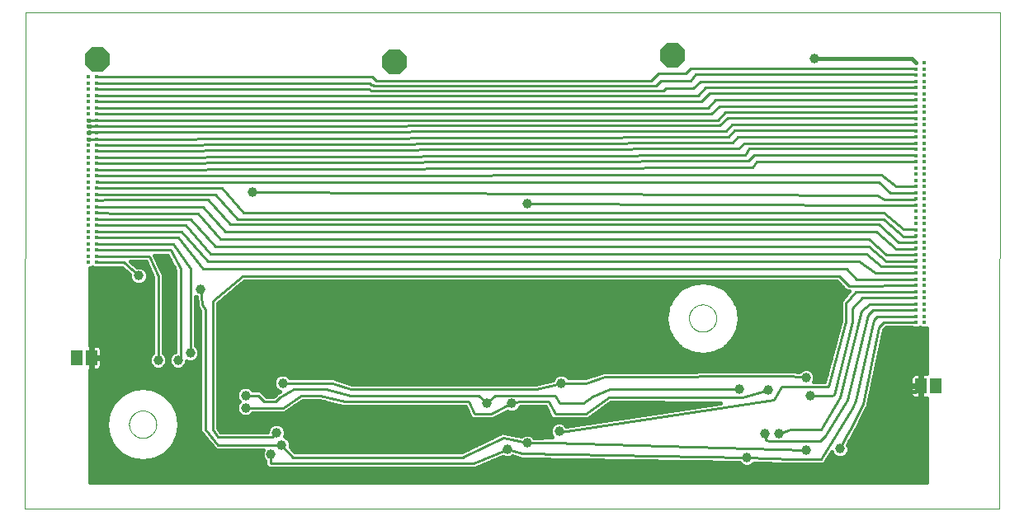
<source format=gbl>
G75*
%MOIN*%
%OFA0B0*%
%FSLAX25Y25*%
%IPPOS*%
%LPD*%
%AMOC8*
5,1,8,0,0,1.08239X$1,22.5*
%
%ADD10C,0.00000*%
%ADD11OC8,0.10000*%
%ADD12R,0.04600X0.06300*%
%ADD13R,0.01500X0.01500*%
%ADD14C,0.03962*%
%ADD15C,0.01000*%
%ADD16C,0.01600*%
D10*
X0001000Y0021728D02*
X0001400Y0222489D01*
X0395101Y0222489D01*
X0394701Y0021728D01*
X0001000Y0021728D01*
X0043288Y0055828D02*
X0043290Y0055976D01*
X0043296Y0056124D01*
X0043306Y0056272D01*
X0043320Y0056419D01*
X0043338Y0056566D01*
X0043359Y0056712D01*
X0043385Y0056858D01*
X0043415Y0057003D01*
X0043448Y0057147D01*
X0043486Y0057290D01*
X0043527Y0057432D01*
X0043572Y0057573D01*
X0043620Y0057713D01*
X0043673Y0057852D01*
X0043729Y0057989D01*
X0043789Y0058124D01*
X0043852Y0058258D01*
X0043919Y0058390D01*
X0043990Y0058520D01*
X0044064Y0058648D01*
X0044141Y0058774D01*
X0044222Y0058898D01*
X0044306Y0059020D01*
X0044393Y0059139D01*
X0044484Y0059256D01*
X0044578Y0059371D01*
X0044674Y0059483D01*
X0044774Y0059593D01*
X0044876Y0059699D01*
X0044982Y0059803D01*
X0045090Y0059904D01*
X0045201Y0060002D01*
X0045314Y0060098D01*
X0045430Y0060190D01*
X0045548Y0060279D01*
X0045669Y0060364D01*
X0045792Y0060447D01*
X0045917Y0060526D01*
X0046044Y0060602D01*
X0046173Y0060674D01*
X0046304Y0060743D01*
X0046437Y0060808D01*
X0046572Y0060869D01*
X0046708Y0060927D01*
X0046845Y0060982D01*
X0046984Y0061032D01*
X0047125Y0061079D01*
X0047266Y0061122D01*
X0047409Y0061162D01*
X0047553Y0061197D01*
X0047697Y0061229D01*
X0047843Y0061256D01*
X0047989Y0061280D01*
X0048136Y0061300D01*
X0048283Y0061316D01*
X0048430Y0061328D01*
X0048578Y0061336D01*
X0048726Y0061340D01*
X0048874Y0061340D01*
X0049022Y0061336D01*
X0049170Y0061328D01*
X0049317Y0061316D01*
X0049464Y0061300D01*
X0049611Y0061280D01*
X0049757Y0061256D01*
X0049903Y0061229D01*
X0050047Y0061197D01*
X0050191Y0061162D01*
X0050334Y0061122D01*
X0050475Y0061079D01*
X0050616Y0061032D01*
X0050755Y0060982D01*
X0050892Y0060927D01*
X0051028Y0060869D01*
X0051163Y0060808D01*
X0051296Y0060743D01*
X0051427Y0060674D01*
X0051556Y0060602D01*
X0051683Y0060526D01*
X0051808Y0060447D01*
X0051931Y0060364D01*
X0052052Y0060279D01*
X0052170Y0060190D01*
X0052286Y0060098D01*
X0052399Y0060002D01*
X0052510Y0059904D01*
X0052618Y0059803D01*
X0052724Y0059699D01*
X0052826Y0059593D01*
X0052926Y0059483D01*
X0053022Y0059371D01*
X0053116Y0059256D01*
X0053207Y0059139D01*
X0053294Y0059020D01*
X0053378Y0058898D01*
X0053459Y0058774D01*
X0053536Y0058648D01*
X0053610Y0058520D01*
X0053681Y0058390D01*
X0053748Y0058258D01*
X0053811Y0058124D01*
X0053871Y0057989D01*
X0053927Y0057852D01*
X0053980Y0057713D01*
X0054028Y0057573D01*
X0054073Y0057432D01*
X0054114Y0057290D01*
X0054152Y0057147D01*
X0054185Y0057003D01*
X0054215Y0056858D01*
X0054241Y0056712D01*
X0054262Y0056566D01*
X0054280Y0056419D01*
X0054294Y0056272D01*
X0054304Y0056124D01*
X0054310Y0055976D01*
X0054312Y0055828D01*
X0054310Y0055680D01*
X0054304Y0055532D01*
X0054294Y0055384D01*
X0054280Y0055237D01*
X0054262Y0055090D01*
X0054241Y0054944D01*
X0054215Y0054798D01*
X0054185Y0054653D01*
X0054152Y0054509D01*
X0054114Y0054366D01*
X0054073Y0054224D01*
X0054028Y0054083D01*
X0053980Y0053943D01*
X0053927Y0053804D01*
X0053871Y0053667D01*
X0053811Y0053532D01*
X0053748Y0053398D01*
X0053681Y0053266D01*
X0053610Y0053136D01*
X0053536Y0053008D01*
X0053459Y0052882D01*
X0053378Y0052758D01*
X0053294Y0052636D01*
X0053207Y0052517D01*
X0053116Y0052400D01*
X0053022Y0052285D01*
X0052926Y0052173D01*
X0052826Y0052063D01*
X0052724Y0051957D01*
X0052618Y0051853D01*
X0052510Y0051752D01*
X0052399Y0051654D01*
X0052286Y0051558D01*
X0052170Y0051466D01*
X0052052Y0051377D01*
X0051931Y0051292D01*
X0051808Y0051209D01*
X0051683Y0051130D01*
X0051556Y0051054D01*
X0051427Y0050982D01*
X0051296Y0050913D01*
X0051163Y0050848D01*
X0051028Y0050787D01*
X0050892Y0050729D01*
X0050755Y0050674D01*
X0050616Y0050624D01*
X0050475Y0050577D01*
X0050334Y0050534D01*
X0050191Y0050494D01*
X0050047Y0050459D01*
X0049903Y0050427D01*
X0049757Y0050400D01*
X0049611Y0050376D01*
X0049464Y0050356D01*
X0049317Y0050340D01*
X0049170Y0050328D01*
X0049022Y0050320D01*
X0048874Y0050316D01*
X0048726Y0050316D01*
X0048578Y0050320D01*
X0048430Y0050328D01*
X0048283Y0050340D01*
X0048136Y0050356D01*
X0047989Y0050376D01*
X0047843Y0050400D01*
X0047697Y0050427D01*
X0047553Y0050459D01*
X0047409Y0050494D01*
X0047266Y0050534D01*
X0047125Y0050577D01*
X0046984Y0050624D01*
X0046845Y0050674D01*
X0046708Y0050729D01*
X0046572Y0050787D01*
X0046437Y0050848D01*
X0046304Y0050913D01*
X0046173Y0050982D01*
X0046044Y0051054D01*
X0045917Y0051130D01*
X0045792Y0051209D01*
X0045669Y0051292D01*
X0045548Y0051377D01*
X0045430Y0051466D01*
X0045314Y0051558D01*
X0045201Y0051654D01*
X0045090Y0051752D01*
X0044982Y0051853D01*
X0044876Y0051957D01*
X0044774Y0052063D01*
X0044674Y0052173D01*
X0044578Y0052285D01*
X0044484Y0052400D01*
X0044393Y0052517D01*
X0044306Y0052636D01*
X0044222Y0052758D01*
X0044141Y0052882D01*
X0044064Y0053008D01*
X0043990Y0053136D01*
X0043919Y0053266D01*
X0043852Y0053398D01*
X0043789Y0053532D01*
X0043729Y0053667D01*
X0043673Y0053804D01*
X0043620Y0053943D01*
X0043572Y0054083D01*
X0043527Y0054224D01*
X0043486Y0054366D01*
X0043448Y0054509D01*
X0043415Y0054653D01*
X0043385Y0054798D01*
X0043359Y0054944D01*
X0043338Y0055090D01*
X0043320Y0055237D01*
X0043306Y0055384D01*
X0043296Y0055532D01*
X0043290Y0055680D01*
X0043288Y0055828D01*
X0269488Y0098728D02*
X0269490Y0098876D01*
X0269496Y0099024D01*
X0269506Y0099172D01*
X0269520Y0099319D01*
X0269538Y0099466D01*
X0269559Y0099612D01*
X0269585Y0099758D01*
X0269615Y0099903D01*
X0269648Y0100047D01*
X0269686Y0100190D01*
X0269727Y0100332D01*
X0269772Y0100473D01*
X0269820Y0100613D01*
X0269873Y0100752D01*
X0269929Y0100889D01*
X0269989Y0101024D01*
X0270052Y0101158D01*
X0270119Y0101290D01*
X0270190Y0101420D01*
X0270264Y0101548D01*
X0270341Y0101674D01*
X0270422Y0101798D01*
X0270506Y0101920D01*
X0270593Y0102039D01*
X0270684Y0102156D01*
X0270778Y0102271D01*
X0270874Y0102383D01*
X0270974Y0102493D01*
X0271076Y0102599D01*
X0271182Y0102703D01*
X0271290Y0102804D01*
X0271401Y0102902D01*
X0271514Y0102998D01*
X0271630Y0103090D01*
X0271748Y0103179D01*
X0271869Y0103264D01*
X0271992Y0103347D01*
X0272117Y0103426D01*
X0272244Y0103502D01*
X0272373Y0103574D01*
X0272504Y0103643D01*
X0272637Y0103708D01*
X0272772Y0103769D01*
X0272908Y0103827D01*
X0273045Y0103882D01*
X0273184Y0103932D01*
X0273325Y0103979D01*
X0273466Y0104022D01*
X0273609Y0104062D01*
X0273753Y0104097D01*
X0273897Y0104129D01*
X0274043Y0104156D01*
X0274189Y0104180D01*
X0274336Y0104200D01*
X0274483Y0104216D01*
X0274630Y0104228D01*
X0274778Y0104236D01*
X0274926Y0104240D01*
X0275074Y0104240D01*
X0275222Y0104236D01*
X0275370Y0104228D01*
X0275517Y0104216D01*
X0275664Y0104200D01*
X0275811Y0104180D01*
X0275957Y0104156D01*
X0276103Y0104129D01*
X0276247Y0104097D01*
X0276391Y0104062D01*
X0276534Y0104022D01*
X0276675Y0103979D01*
X0276816Y0103932D01*
X0276955Y0103882D01*
X0277092Y0103827D01*
X0277228Y0103769D01*
X0277363Y0103708D01*
X0277496Y0103643D01*
X0277627Y0103574D01*
X0277756Y0103502D01*
X0277883Y0103426D01*
X0278008Y0103347D01*
X0278131Y0103264D01*
X0278252Y0103179D01*
X0278370Y0103090D01*
X0278486Y0102998D01*
X0278599Y0102902D01*
X0278710Y0102804D01*
X0278818Y0102703D01*
X0278924Y0102599D01*
X0279026Y0102493D01*
X0279126Y0102383D01*
X0279222Y0102271D01*
X0279316Y0102156D01*
X0279407Y0102039D01*
X0279494Y0101920D01*
X0279578Y0101798D01*
X0279659Y0101674D01*
X0279736Y0101548D01*
X0279810Y0101420D01*
X0279881Y0101290D01*
X0279948Y0101158D01*
X0280011Y0101024D01*
X0280071Y0100889D01*
X0280127Y0100752D01*
X0280180Y0100613D01*
X0280228Y0100473D01*
X0280273Y0100332D01*
X0280314Y0100190D01*
X0280352Y0100047D01*
X0280385Y0099903D01*
X0280415Y0099758D01*
X0280441Y0099612D01*
X0280462Y0099466D01*
X0280480Y0099319D01*
X0280494Y0099172D01*
X0280504Y0099024D01*
X0280510Y0098876D01*
X0280512Y0098728D01*
X0280510Y0098580D01*
X0280504Y0098432D01*
X0280494Y0098284D01*
X0280480Y0098137D01*
X0280462Y0097990D01*
X0280441Y0097844D01*
X0280415Y0097698D01*
X0280385Y0097553D01*
X0280352Y0097409D01*
X0280314Y0097266D01*
X0280273Y0097124D01*
X0280228Y0096983D01*
X0280180Y0096843D01*
X0280127Y0096704D01*
X0280071Y0096567D01*
X0280011Y0096432D01*
X0279948Y0096298D01*
X0279881Y0096166D01*
X0279810Y0096036D01*
X0279736Y0095908D01*
X0279659Y0095782D01*
X0279578Y0095658D01*
X0279494Y0095536D01*
X0279407Y0095417D01*
X0279316Y0095300D01*
X0279222Y0095185D01*
X0279126Y0095073D01*
X0279026Y0094963D01*
X0278924Y0094857D01*
X0278818Y0094753D01*
X0278710Y0094652D01*
X0278599Y0094554D01*
X0278486Y0094458D01*
X0278370Y0094366D01*
X0278252Y0094277D01*
X0278131Y0094192D01*
X0278008Y0094109D01*
X0277883Y0094030D01*
X0277756Y0093954D01*
X0277627Y0093882D01*
X0277496Y0093813D01*
X0277363Y0093748D01*
X0277228Y0093687D01*
X0277092Y0093629D01*
X0276955Y0093574D01*
X0276816Y0093524D01*
X0276675Y0093477D01*
X0276534Y0093434D01*
X0276391Y0093394D01*
X0276247Y0093359D01*
X0276103Y0093327D01*
X0275957Y0093300D01*
X0275811Y0093276D01*
X0275664Y0093256D01*
X0275517Y0093240D01*
X0275370Y0093228D01*
X0275222Y0093220D01*
X0275074Y0093216D01*
X0274926Y0093216D01*
X0274778Y0093220D01*
X0274630Y0093228D01*
X0274483Y0093240D01*
X0274336Y0093256D01*
X0274189Y0093276D01*
X0274043Y0093300D01*
X0273897Y0093327D01*
X0273753Y0093359D01*
X0273609Y0093394D01*
X0273466Y0093434D01*
X0273325Y0093477D01*
X0273184Y0093524D01*
X0273045Y0093574D01*
X0272908Y0093629D01*
X0272772Y0093687D01*
X0272637Y0093748D01*
X0272504Y0093813D01*
X0272373Y0093882D01*
X0272244Y0093954D01*
X0272117Y0094030D01*
X0271992Y0094109D01*
X0271869Y0094192D01*
X0271748Y0094277D01*
X0271630Y0094366D01*
X0271514Y0094458D01*
X0271401Y0094554D01*
X0271290Y0094652D01*
X0271182Y0094753D01*
X0271076Y0094857D01*
X0270974Y0094963D01*
X0270874Y0095073D01*
X0270778Y0095185D01*
X0270684Y0095300D01*
X0270593Y0095417D01*
X0270506Y0095536D01*
X0270422Y0095658D01*
X0270341Y0095782D01*
X0270264Y0095908D01*
X0270190Y0096036D01*
X0270119Y0096166D01*
X0270052Y0096298D01*
X0269989Y0096432D01*
X0269929Y0096567D01*
X0269873Y0096704D01*
X0269820Y0096843D01*
X0269772Y0096983D01*
X0269727Y0097124D01*
X0269686Y0097266D01*
X0269648Y0097409D01*
X0269615Y0097553D01*
X0269585Y0097698D01*
X0269559Y0097844D01*
X0269538Y0097990D01*
X0269520Y0098137D01*
X0269506Y0098284D01*
X0269496Y0098432D01*
X0269490Y0098580D01*
X0269488Y0098728D01*
D11*
X0150331Y0202516D03*
X0262831Y0205016D03*
X0030331Y0203516D03*
D12*
X0028000Y0082728D03*
X0022000Y0082728D03*
X0363050Y0071278D03*
X0369050Y0071278D03*
D13*
X0364617Y0097015D03*
X0364618Y0099515D03*
X0364618Y0102015D03*
X0364618Y0104515D03*
X0361044Y0104515D03*
X0361044Y0102015D03*
X0361044Y0099515D03*
X0361043Y0097015D03*
X0361043Y0107016D03*
X0361043Y0109516D03*
X0361043Y0112016D03*
X0361043Y0114516D03*
X0361043Y0117016D03*
X0361043Y0119516D03*
X0361043Y0122016D03*
X0361043Y0124516D03*
X0361043Y0127016D03*
X0361043Y0129516D03*
X0361043Y0132016D03*
X0361043Y0134516D03*
X0361043Y0137016D03*
X0361043Y0139516D03*
X0361043Y0142016D03*
X0361043Y0144516D03*
X0361043Y0147016D03*
X0361043Y0149516D03*
X0361043Y0152016D03*
X0361043Y0154516D03*
X0361043Y0157016D03*
X0361043Y0159516D03*
X0361043Y0162016D03*
X0361043Y0164516D03*
X0361043Y0167016D03*
X0361043Y0169516D03*
X0361043Y0172016D03*
X0361043Y0174516D03*
X0361043Y0177016D03*
X0361043Y0179516D03*
X0361043Y0182016D03*
X0361043Y0184516D03*
X0361043Y0187016D03*
X0361043Y0189516D03*
X0361043Y0192016D03*
X0361043Y0194516D03*
X0364618Y0194516D03*
X0364618Y0192016D03*
X0364618Y0189516D03*
X0364618Y0187016D03*
X0364618Y0184516D03*
X0364618Y0182016D03*
X0364618Y0179516D03*
X0364618Y0177016D03*
X0364618Y0174516D03*
X0364618Y0172016D03*
X0364618Y0169516D03*
X0364618Y0167016D03*
X0364618Y0164516D03*
X0364618Y0162016D03*
X0364618Y0159516D03*
X0364618Y0157016D03*
X0364618Y0154516D03*
X0364618Y0152016D03*
X0364618Y0149516D03*
X0364618Y0147016D03*
X0364618Y0144516D03*
X0364618Y0142016D03*
X0364618Y0139516D03*
X0364618Y0137016D03*
X0364618Y0134516D03*
X0364618Y0132016D03*
X0364618Y0129516D03*
X0364618Y0127016D03*
X0364618Y0124516D03*
X0364618Y0122016D03*
X0364618Y0119516D03*
X0364618Y0117016D03*
X0364618Y0114516D03*
X0364618Y0112016D03*
X0364618Y0109516D03*
X0364618Y0107016D03*
X0364618Y0197016D03*
X0364618Y0199516D03*
X0364618Y0202016D03*
X0361043Y0202016D03*
X0361043Y0199516D03*
X0361043Y0197016D03*
X0030287Y0196228D03*
X0030287Y0193728D03*
X0030287Y0191228D03*
X0030287Y0188728D03*
X0030287Y0186228D03*
X0030287Y0183728D03*
X0030287Y0181228D03*
X0030287Y0178728D03*
X0030287Y0176278D03*
X0030287Y0173778D03*
X0030287Y0171178D03*
X0030287Y0168778D03*
X0030287Y0166278D03*
X0030287Y0163778D03*
X0030287Y0161278D03*
X0030287Y0158778D03*
X0030287Y0156278D03*
X0030318Y0153778D03*
X0030287Y0151278D03*
X0030287Y0148778D03*
X0030287Y0146278D03*
X0030287Y0143778D03*
X0030287Y0141278D03*
X0030287Y0138778D03*
X0030287Y0136278D03*
X0030287Y0133778D03*
X0026713Y0133778D03*
X0026713Y0136278D03*
X0026713Y0138778D03*
X0026713Y0141278D03*
X0026713Y0143778D03*
X0026713Y0146278D03*
X0026713Y0148778D03*
X0026713Y0151278D03*
X0026743Y0153778D03*
X0026713Y0156278D03*
X0026713Y0158778D03*
X0026713Y0161278D03*
X0026713Y0163778D03*
X0026713Y0166278D03*
X0026713Y0168778D03*
X0026713Y0171178D03*
X0026713Y0173778D03*
X0026713Y0176278D03*
X0026713Y0178728D03*
X0026713Y0181228D03*
X0026713Y0183728D03*
X0026713Y0186228D03*
X0026713Y0188728D03*
X0026713Y0191228D03*
X0026713Y0193728D03*
X0026713Y0196228D03*
X0026713Y0131278D03*
X0026713Y0128778D03*
X0026713Y0126278D03*
X0026713Y0123778D03*
X0026713Y0121278D03*
X0030287Y0121278D03*
X0030287Y0123778D03*
X0030287Y0126278D03*
X0030287Y0128778D03*
X0030287Y0131278D03*
D14*
X0047200Y0115878D03*
X0072150Y0110478D03*
X0080831Y0089016D03*
X0068000Y0084728D03*
X0063000Y0081728D03*
X0055000Y0081728D03*
X0060337Y0089916D03*
X0090331Y0067516D03*
X0090331Y0062516D03*
X0102831Y0052516D03*
X0104831Y0047516D03*
X0100631Y0043766D03*
X0105331Y0072516D03*
X0122831Y0090016D03*
X0187831Y0064235D03*
X0197831Y0064235D03*
X0217831Y0072516D03*
X0190331Y0087516D03*
X0234831Y0091016D03*
X0289831Y0070016D03*
X0301531Y0069785D03*
X0316681Y0074716D03*
X0318400Y0067528D03*
X0305850Y0052178D03*
X0300100Y0052028D03*
X0292850Y0042328D03*
X0316950Y0045328D03*
X0330400Y0045878D03*
X0345650Y0062128D03*
X0328531Y0097316D03*
X0297131Y0098216D03*
X0217000Y0053009D03*
X0204131Y0048216D03*
X0196081Y0045866D03*
X0204050Y0144928D03*
X0093000Y0149728D03*
X0320000Y0203728D03*
D15*
X0284000Y0182178D02*
X0281050Y0178778D01*
X0027287Y0178778D01*
X0027337Y0176328D02*
X0281950Y0176678D01*
X0285000Y0179728D01*
X0360831Y0179728D01*
X0361043Y0179516D01*
X0361043Y0182016D02*
X0360756Y0182178D01*
X0284000Y0182178D01*
X0281950Y0184528D02*
X0278500Y0181228D01*
X0030287Y0181228D01*
X0030287Y0183728D02*
X0277000Y0183728D01*
X0280000Y0187178D01*
X0360756Y0187178D01*
X0361043Y0187016D01*
X0361043Y0189516D02*
X0360731Y0189628D01*
X0277900Y0189628D01*
X0274500Y0186228D01*
X0030287Y0186228D01*
X0030287Y0188728D02*
X0273000Y0188728D01*
X0276000Y0191928D01*
X0360756Y0191928D01*
X0361043Y0192016D01*
X0361043Y0194516D02*
X0360831Y0194528D01*
X0274000Y0194528D01*
X0271000Y0191728D01*
X0260000Y0191728D01*
X0259000Y0190728D01*
X0141000Y0190728D01*
X0140600Y0191128D01*
X0140509Y0191128D01*
X0140409Y0191228D01*
X0030287Y0191228D01*
X0030287Y0193728D02*
X0140454Y0193728D01*
X0141254Y0192928D01*
X0141800Y0192928D01*
X0142000Y0192728D01*
X0256000Y0192728D01*
X0258000Y0194728D01*
X0270000Y0194728D01*
X0272000Y0197228D01*
X0360756Y0197228D01*
X0361043Y0197016D01*
X0361043Y0199516D02*
X0360831Y0199728D01*
X0270000Y0199728D01*
X0268000Y0197728D01*
X0257000Y0197728D01*
X0254000Y0194728D01*
X0143000Y0194728D01*
X0141500Y0196228D01*
X0030287Y0196228D01*
X0027237Y0173878D02*
X0284550Y0174278D01*
X0286900Y0176928D01*
X0360656Y0176928D01*
X0361043Y0177016D01*
X0360781Y0174678D02*
X0287950Y0174678D01*
X0285450Y0172178D01*
X0027237Y0171128D01*
X0030287Y0168778D02*
X0287000Y0169728D01*
X0289000Y0171978D01*
X0360756Y0171978D01*
X0361043Y0172016D01*
X0361043Y0174516D02*
X0360781Y0174678D01*
X0361043Y0169516D02*
X0360731Y0169378D01*
X0291900Y0169378D01*
X0289500Y0167228D01*
X0030287Y0166278D01*
X0030287Y0163778D02*
X0292000Y0164728D01*
X0293950Y0167278D01*
X0360706Y0167278D01*
X0361043Y0167016D01*
X0360781Y0164628D02*
X0295950Y0164628D01*
X0293500Y0162228D01*
X0030287Y0161278D01*
X0030287Y0158778D02*
X0295000Y0159728D01*
X0296900Y0162178D01*
X0360656Y0162178D01*
X0361043Y0162016D01*
X0361043Y0164516D02*
X0360781Y0164628D01*
X0353050Y0152128D02*
X0347000Y0156728D01*
X0030287Y0156278D01*
X0030318Y0153778D02*
X0346000Y0153728D01*
X0350900Y0149428D01*
X0360731Y0149428D01*
X0361043Y0149516D01*
X0361043Y0152016D02*
X0360806Y0152128D01*
X0353050Y0152128D01*
X0348567Y0146766D02*
X0345604Y0148478D01*
X0093000Y0149728D01*
X0089641Y0141447D02*
X0080860Y0151228D01*
X0030287Y0151278D01*
X0030287Y0148778D02*
X0078000Y0148728D01*
X0087000Y0138728D01*
X0348000Y0138728D01*
X0356000Y0131728D01*
X0360756Y0131728D01*
X0361043Y0132016D01*
X0361043Y0134516D02*
X0360831Y0134728D01*
X0356000Y0134728D01*
X0348281Y0141447D01*
X0089641Y0141447D01*
X0084000Y0136728D02*
X0346000Y0136728D01*
X0354213Y0129516D01*
X0361043Y0129516D01*
X0361043Y0127016D02*
X0360756Y0126728D01*
X0353000Y0126728D01*
X0345000Y0133728D01*
X0082000Y0133728D01*
X0073000Y0143728D01*
X0030287Y0143778D01*
X0030287Y0141278D02*
X0034576Y0141278D01*
X0035626Y0141178D01*
X0071000Y0141178D01*
X0080000Y0130728D01*
X0342000Y0130728D01*
X0349213Y0124516D01*
X0361043Y0124516D01*
X0361043Y0122016D02*
X0360756Y0121728D01*
X0349000Y0121728D01*
X0342000Y0127728D01*
X0078000Y0127728D01*
X0068000Y0138728D01*
X0030287Y0138778D01*
X0030287Y0136278D02*
X0066000Y0136278D01*
X0076000Y0124728D01*
X0341000Y0124728D01*
X0347000Y0119728D01*
X0360831Y0119728D01*
X0361043Y0119516D01*
X0361043Y0117016D02*
X0344713Y0117016D01*
X0338000Y0121728D01*
X0075000Y0121728D01*
X0064600Y0133778D01*
X0030287Y0133778D01*
X0030287Y0131278D02*
X0036837Y0131228D01*
X0063050Y0131228D01*
X0073000Y0118728D01*
X0333000Y0118728D01*
X0337213Y0114516D01*
X0361043Y0114516D01*
X0361043Y0112016D02*
X0334756Y0111728D01*
X0334000Y0111728D01*
X0330000Y0115728D01*
X0089000Y0115728D01*
X0077000Y0105728D01*
X0077000Y0053728D01*
X0079022Y0050707D01*
X0101022Y0050707D01*
X0102831Y0052516D01*
X0104831Y0047516D02*
X0079213Y0047516D01*
X0074000Y0053728D01*
X0074000Y0102016D01*
X0072913Y0104316D01*
X0072150Y0110478D01*
X0068000Y0118728D02*
X0061150Y0128578D01*
X0034937Y0128578D01*
X0030287Y0128778D01*
X0030287Y0126278D02*
X0060000Y0126278D01*
X0064000Y0118728D01*
X0064000Y0082728D01*
X0063000Y0081728D01*
X0068000Y0084728D02*
X0068000Y0118728D01*
X0055000Y0115728D02*
X0051450Y0123828D01*
X0037087Y0123828D01*
X0030287Y0123778D01*
X0030287Y0121278D02*
X0041250Y0121228D01*
X0047200Y0115878D01*
X0055000Y0115728D02*
X0055000Y0081728D01*
X0080831Y0089016D02*
X0082831Y0090016D01*
X0122831Y0090016D01*
X0125331Y0072516D02*
X0105331Y0072516D01*
X0109971Y0070016D02*
X0122831Y0070016D01*
X0132831Y0067516D01*
X0184550Y0067516D01*
X0187831Y0064235D01*
X0191112Y0067516D01*
X0215331Y0067516D01*
X0217050Y0064235D01*
X0226808Y0064235D01*
X0230463Y0067119D01*
X0237567Y0070016D01*
X0289831Y0070016D01*
X0290981Y0066585D02*
X0301531Y0069785D01*
X0303700Y0065628D02*
X0306650Y0071078D01*
X0325850Y0070878D01*
X0332800Y0097278D01*
X0332750Y0104828D01*
X0336837Y0109366D01*
X0361043Y0109516D01*
X0361043Y0107016D02*
X0339437Y0107016D01*
X0335400Y0102828D01*
X0335500Y0097328D01*
X0328100Y0067578D01*
X0327100Y0067328D01*
X0318400Y0067528D01*
X0316681Y0074716D02*
X0310431Y0075266D01*
X0235331Y0075016D01*
X0227831Y0072516D01*
X0217831Y0072516D01*
X0207831Y0070016D01*
X0132831Y0070016D01*
X0125331Y0072516D01*
X0120331Y0067516D02*
X0130331Y0065016D01*
X0180331Y0065016D01*
X0182831Y0060016D01*
X0189550Y0060016D01*
X0197831Y0064235D01*
X0201112Y0065016D01*
X0212831Y0065016D01*
X0215331Y0060016D01*
X0227831Y0060016D01*
X0237050Y0066735D01*
X0290981Y0066585D01*
X0303700Y0065628D02*
X0217719Y0052728D01*
X0217000Y0053009D01*
X0214093Y0048528D02*
X0316950Y0045328D01*
X0311100Y0041828D02*
X0322800Y0041678D01*
X0335350Y0062478D01*
X0336750Y0065328D01*
X0341250Y0084828D01*
X0344100Y0097978D01*
X0345637Y0099515D01*
X0361044Y0099515D01*
X0361043Y0097015D02*
X0348187Y0097015D01*
X0346300Y0095128D01*
X0339650Y0063978D01*
X0334750Y0054178D01*
X0333150Y0051278D01*
X0330400Y0045878D01*
X0324550Y0051128D02*
X0322400Y0048878D01*
X0302000Y0048878D01*
X0300500Y0049428D01*
X0300100Y0052028D01*
X0305850Y0052178D02*
X0310400Y0053828D01*
X0322700Y0053828D01*
X0330450Y0066728D01*
X0339200Y0101778D01*
X0342437Y0104415D01*
X0361044Y0104515D01*
X0361044Y0102015D02*
X0343887Y0102015D01*
X0341700Y0100028D01*
X0333600Y0065828D01*
X0324550Y0051178D01*
X0324550Y0051128D01*
X0311100Y0041828D02*
X0292850Y0042328D01*
X0202168Y0043928D01*
X0196081Y0045866D01*
X0182531Y0040016D01*
X0100331Y0040016D01*
X0100631Y0043766D01*
X0104831Y0047516D02*
X0109331Y0042516D01*
X0178191Y0042516D01*
X0178522Y0042597D01*
X0194350Y0050397D01*
X0204131Y0048216D01*
X0214093Y0048528D01*
X0253000Y0090728D02*
X0265000Y0078728D01*
X0284000Y0078728D01*
X0296837Y0090716D01*
X0297131Y0098216D01*
X0328381Y0098266D01*
X0328531Y0097316D01*
X0353959Y0144378D02*
X0354571Y0144466D01*
X0358493Y0144466D01*
X0361043Y0144516D01*
X0360443Y0146766D02*
X0348567Y0146766D01*
X0353959Y0144378D02*
X0204050Y0144928D01*
X0281950Y0184528D02*
X0360781Y0184528D01*
X0361043Y0184516D01*
X0361043Y0147016D02*
X0360443Y0146766D01*
X0253000Y0090728D02*
X0235118Y0090728D01*
X0234831Y0091016D01*
X0225331Y0087516D01*
X0190331Y0087516D01*
X0120331Y0067516D02*
X0112831Y0067516D01*
X0105331Y0062516D01*
X0090331Y0062516D01*
X0090331Y0067516D02*
X0095331Y0067516D01*
X0097831Y0065016D01*
X0102471Y0065016D01*
X0104190Y0066735D01*
X0109971Y0070016D01*
X0084000Y0136728D02*
X0075000Y0146728D01*
X0035626Y0146728D01*
X0036576Y0146678D01*
X0035737Y0146678D01*
X0030287Y0146278D01*
D16*
X0053589Y0124178D02*
X0058736Y0124178D01*
X0061900Y0118206D01*
X0061900Y0085149D01*
X0060971Y0084764D01*
X0059964Y0083757D01*
X0059419Y0082441D01*
X0059419Y0081016D01*
X0059964Y0079700D01*
X0060971Y0078692D01*
X0062288Y0078147D01*
X0063712Y0078147D01*
X0065029Y0078692D01*
X0066036Y0079700D01*
X0066581Y0081016D01*
X0066581Y0081440D01*
X0067288Y0081147D01*
X0068712Y0081147D01*
X0070029Y0081692D01*
X0071036Y0082700D01*
X0071581Y0084016D01*
X0071581Y0085441D01*
X0071036Y0086757D01*
X0070100Y0087693D01*
X0070100Y0107464D01*
X0070121Y0107442D01*
X0070425Y0107317D01*
X0070767Y0104553D01*
X0070642Y0104205D01*
X0070870Y0103723D01*
X0070935Y0103195D01*
X0071228Y0102967D01*
X0071900Y0101544D01*
X0071900Y0053820D01*
X0071832Y0053045D01*
X0071900Y0052964D01*
X0071900Y0052858D01*
X0072450Y0052308D01*
X0077113Y0046751D01*
X0077113Y0046646D01*
X0077663Y0046096D01*
X0078163Y0045500D01*
X0078268Y0045490D01*
X0078343Y0045416D01*
X0079121Y0045416D01*
X0079896Y0045348D01*
X0079977Y0045416D01*
X0097438Y0045416D01*
X0097050Y0044478D01*
X0097050Y0043053D01*
X0097595Y0041737D01*
X0098305Y0041027D01*
X0098299Y0040954D01*
X0098231Y0040886D01*
X0098231Y0040100D01*
X0098168Y0039316D01*
X0098231Y0039243D01*
X0098231Y0039146D01*
X0098787Y0038590D01*
X0099296Y0037992D01*
X0099393Y0037984D01*
X0099461Y0037916D01*
X0100247Y0037916D01*
X0101030Y0037853D01*
X0101104Y0037916D01*
X0182129Y0037916D01*
X0182564Y0037743D01*
X0182965Y0037916D01*
X0183401Y0037916D01*
X0183732Y0038247D01*
X0194203Y0042768D01*
X0195368Y0042285D01*
X0196793Y0042285D01*
X0198109Y0042830D01*
X0198251Y0042971D01*
X0201026Y0042088D01*
X0201261Y0041844D01*
X0201824Y0041834D01*
X0202360Y0041663D01*
X0202662Y0041819D01*
X0289833Y0040281D01*
X0290821Y0039292D01*
X0292138Y0038747D01*
X0293562Y0038747D01*
X0294879Y0039292D01*
X0295735Y0040149D01*
X0310191Y0039752D01*
X0310203Y0039740D01*
X0311058Y0039729D01*
X0311912Y0039705D01*
X0311925Y0039718D01*
X0322203Y0039586D01*
X0322460Y0039431D01*
X0323043Y0039575D01*
X0323643Y0039567D01*
X0323858Y0039777D01*
X0324149Y0039849D01*
X0324459Y0040363D01*
X0324889Y0040782D01*
X0324893Y0041081D01*
X0327038Y0044637D01*
X0327364Y0043850D01*
X0328371Y0042842D01*
X0329688Y0042297D01*
X0331112Y0042297D01*
X0332429Y0042842D01*
X0333436Y0043850D01*
X0333981Y0045166D01*
X0333981Y0046591D01*
X0333595Y0047524D01*
X0335005Y0050294D01*
X0336192Y0052446D01*
X0336239Y0052461D01*
X0336609Y0053201D01*
X0337009Y0053925D01*
X0336995Y0053973D01*
X0341272Y0062527D01*
X0341522Y0062689D01*
X0341648Y0063278D01*
X0341917Y0063817D01*
X0341823Y0064100D01*
X0348224Y0094083D01*
X0349057Y0094915D01*
X0359380Y0094915D01*
X0359630Y0094665D01*
X0362455Y0094665D01*
X0362830Y0095040D01*
X0363205Y0094665D01*
X0365331Y0094665D01*
X0365331Y0076228D01*
X0363400Y0076228D01*
X0363400Y0071628D01*
X0362700Y0071628D01*
X0362700Y0070928D01*
X0363400Y0070928D01*
X0363400Y0066328D01*
X0365331Y0066328D01*
X0365331Y0032516D01*
X0027331Y0032516D01*
X0027331Y0077778D01*
X0027650Y0077778D01*
X0027650Y0082378D01*
X0028350Y0082378D01*
X0028350Y0077778D01*
X0030537Y0077778D01*
X0030995Y0077901D01*
X0031405Y0078138D01*
X0031740Y0078473D01*
X0031977Y0078884D01*
X0032100Y0079341D01*
X0032100Y0082378D01*
X0028350Y0082378D01*
X0028350Y0083078D01*
X0032100Y0083078D01*
X0032100Y0086115D01*
X0031977Y0086573D01*
X0031740Y0086984D01*
X0031405Y0087319D01*
X0030995Y0087556D01*
X0030537Y0087678D01*
X0028350Y0087678D01*
X0028350Y0083078D01*
X0027650Y0083078D01*
X0027650Y0087678D01*
X0027331Y0087678D01*
X0027331Y0118928D01*
X0028125Y0118928D01*
X0028500Y0119303D01*
X0028875Y0118928D01*
X0031700Y0118928D01*
X0031943Y0119171D01*
X0040441Y0119132D01*
X0043619Y0116274D01*
X0043619Y0115166D01*
X0044164Y0113850D01*
X0045171Y0112842D01*
X0046488Y0112297D01*
X0047912Y0112297D01*
X0049229Y0112842D01*
X0050236Y0113850D01*
X0050781Y0115166D01*
X0050781Y0116591D01*
X0050236Y0117907D01*
X0049229Y0118914D01*
X0047912Y0119459D01*
X0046488Y0119459D01*
X0046399Y0119423D01*
X0043835Y0121728D01*
X0050078Y0121728D01*
X0052900Y0115288D01*
X0052900Y0084693D01*
X0051964Y0083757D01*
X0051419Y0082441D01*
X0051419Y0081016D01*
X0051964Y0079700D01*
X0052971Y0078692D01*
X0054288Y0078147D01*
X0055712Y0078147D01*
X0057029Y0078692D01*
X0058036Y0079700D01*
X0058581Y0081016D01*
X0058581Y0082441D01*
X0058036Y0083757D01*
X0057100Y0084693D01*
X0057100Y0115333D01*
X0057273Y0115775D01*
X0057100Y0116168D01*
X0057100Y0116598D01*
X0056765Y0116934D01*
X0053589Y0124178D01*
X0053653Y0124033D02*
X0058813Y0124033D01*
X0059660Y0122435D02*
X0054354Y0122435D01*
X0055054Y0120836D02*
X0060507Y0120836D01*
X0061354Y0119238D02*
X0055755Y0119238D01*
X0056455Y0117639D02*
X0061900Y0117639D01*
X0061900Y0116041D02*
X0057156Y0116041D01*
X0057100Y0114442D02*
X0061900Y0114442D01*
X0061900Y0112843D02*
X0057100Y0112843D01*
X0057100Y0111245D02*
X0061900Y0111245D01*
X0061900Y0109646D02*
X0057100Y0109646D01*
X0057100Y0108048D02*
X0061900Y0108048D01*
X0061900Y0106449D02*
X0057100Y0106449D01*
X0057100Y0104851D02*
X0061900Y0104851D01*
X0061900Y0103252D02*
X0057100Y0103252D01*
X0057100Y0101654D02*
X0061900Y0101654D01*
X0061900Y0100055D02*
X0057100Y0100055D01*
X0057100Y0098457D02*
X0061900Y0098457D01*
X0061900Y0096858D02*
X0057100Y0096858D01*
X0057100Y0095260D02*
X0061900Y0095260D01*
X0061900Y0093661D02*
X0057100Y0093661D01*
X0057100Y0092063D02*
X0061900Y0092063D01*
X0061900Y0090464D02*
X0057100Y0090464D01*
X0057100Y0088866D02*
X0061900Y0088866D01*
X0061900Y0087267D02*
X0057100Y0087267D01*
X0057100Y0085669D02*
X0061900Y0085669D01*
X0060278Y0084070D02*
X0057722Y0084070D01*
X0058568Y0082472D02*
X0059432Y0082472D01*
X0059478Y0080873D02*
X0058522Y0080873D01*
X0058581Y0080245D02*
X0058581Y0088309D01*
X0060337Y0089916D01*
X0052900Y0090464D02*
X0027331Y0090464D01*
X0027331Y0088866D02*
X0052900Y0088866D01*
X0052900Y0087267D02*
X0031457Y0087267D01*
X0032100Y0085669D02*
X0052900Y0085669D01*
X0052278Y0084070D02*
X0032100Y0084070D01*
X0032100Y0080873D02*
X0051478Y0080873D01*
X0051432Y0082472D02*
X0028350Y0082472D01*
X0028000Y0082728D02*
X0048936Y0082728D01*
X0053517Y0078147D01*
X0056483Y0078147D01*
X0058581Y0080245D01*
X0057611Y0079275D02*
X0060389Y0079275D01*
X0065611Y0079275D02*
X0071900Y0079275D01*
X0071900Y0080873D02*
X0066522Y0080873D01*
X0070808Y0082472D02*
X0071900Y0082472D01*
X0071900Y0084070D02*
X0071581Y0084070D01*
X0071487Y0085669D02*
X0071900Y0085669D01*
X0071900Y0087267D02*
X0070525Y0087267D01*
X0070100Y0088866D02*
X0071900Y0088866D01*
X0071900Y0090464D02*
X0070100Y0090464D01*
X0070100Y0092063D02*
X0071900Y0092063D01*
X0071900Y0093661D02*
X0070100Y0093661D01*
X0070100Y0095260D02*
X0071900Y0095260D01*
X0071900Y0096858D02*
X0070100Y0096858D01*
X0070100Y0098457D02*
X0071900Y0098457D01*
X0071900Y0100055D02*
X0070100Y0100055D01*
X0070100Y0101654D02*
X0071848Y0101654D01*
X0070928Y0103252D02*
X0070100Y0103252D01*
X0070100Y0104851D02*
X0070730Y0104851D01*
X0070533Y0106449D02*
X0070100Y0106449D01*
X0079100Y0104745D02*
X0089760Y0113628D01*
X0329130Y0113628D01*
X0331900Y0110858D01*
X0333130Y0109628D01*
X0333899Y0109628D01*
X0333909Y0109619D01*
X0334242Y0109623D01*
X0331222Y0106269D01*
X0330644Y0105684D01*
X0330645Y0105629D01*
X0330608Y0105588D01*
X0330650Y0104767D01*
X0330698Y0097543D01*
X0324236Y0072995D01*
X0319863Y0073041D01*
X0320262Y0074003D01*
X0320262Y0075428D01*
X0319717Y0076744D01*
X0318709Y0077752D01*
X0317393Y0078297D01*
X0315968Y0078297D01*
X0314652Y0077752D01*
X0313963Y0077063D01*
X0311372Y0077291D01*
X0311294Y0077369D01*
X0310520Y0077366D01*
X0309748Y0077434D01*
X0309664Y0077363D01*
X0235823Y0077117D01*
X0235492Y0077283D01*
X0234987Y0077115D01*
X0234454Y0077113D01*
X0234193Y0076850D01*
X0227490Y0074616D01*
X0220795Y0074616D01*
X0219859Y0075552D01*
X0218543Y0076097D01*
X0217118Y0076097D01*
X0215802Y0075552D01*
X0214795Y0074544D01*
X0214507Y0073849D01*
X0207572Y0072116D01*
X0133171Y0072116D01*
X0126465Y0074351D01*
X0126201Y0074616D01*
X0125671Y0074616D01*
X0125170Y0074783D01*
X0124835Y0074616D01*
X0108295Y0074616D01*
X0107359Y0075552D01*
X0106043Y0076097D01*
X0104618Y0076097D01*
X0103302Y0075552D01*
X0102295Y0074544D01*
X0101750Y0073228D01*
X0101750Y0071803D01*
X0102295Y0070487D01*
X0103302Y0069480D01*
X0104152Y0069128D01*
X0103635Y0068835D01*
X0103320Y0068835D01*
X0102906Y0068421D01*
X0102397Y0068132D01*
X0102313Y0067828D01*
X0101601Y0067116D01*
X0098701Y0067116D01*
X0096201Y0069616D01*
X0093295Y0069616D01*
X0092359Y0070552D01*
X0091043Y0071097D01*
X0089618Y0071097D01*
X0088302Y0070552D01*
X0087295Y0069544D01*
X0086750Y0068228D01*
X0086750Y0066803D01*
X0087295Y0065487D01*
X0087766Y0065016D01*
X0087295Y0064544D01*
X0086750Y0063228D01*
X0086750Y0061803D01*
X0087295Y0060487D01*
X0088302Y0059480D01*
X0089618Y0058935D01*
X0091043Y0058935D01*
X0092359Y0059480D01*
X0093295Y0060416D01*
X0105123Y0060416D01*
X0105772Y0060286D01*
X0105967Y0060416D01*
X0106201Y0060416D01*
X0106669Y0060884D01*
X0113467Y0065416D01*
X0120072Y0065416D01*
X0129257Y0063120D01*
X0129461Y0062916D01*
X0130072Y0062916D01*
X0130665Y0062767D01*
X0130912Y0062916D01*
X0179033Y0062916D01*
X0180731Y0059520D01*
X0180731Y0059146D01*
X0181105Y0058772D01*
X0181341Y0058299D01*
X0181696Y0058180D01*
X0181961Y0057916D01*
X0182490Y0057916D01*
X0182992Y0057748D01*
X0183326Y0057916D01*
X0189217Y0057916D01*
X0189728Y0057750D01*
X0190054Y0057916D01*
X0190419Y0057916D01*
X0190799Y0058296D01*
X0196186Y0061040D01*
X0197118Y0060654D01*
X0198543Y0060654D01*
X0199859Y0061199D01*
X0200867Y0062206D01*
X0201139Y0062864D01*
X0201358Y0062916D01*
X0211533Y0062916D01*
X0213231Y0059520D01*
X0213231Y0059146D01*
X0213605Y0058772D01*
X0213841Y0058299D01*
X0214196Y0058180D01*
X0214461Y0057916D01*
X0214990Y0057916D01*
X0215492Y0057748D01*
X0215826Y0057916D01*
X0227667Y0057916D01*
X0228365Y0057806D01*
X0228515Y0057916D01*
X0228701Y0057916D01*
X0229200Y0058415D01*
X0237731Y0064633D01*
X0282088Y0064509D01*
X0219895Y0055178D01*
X0219029Y0056045D01*
X0217712Y0056591D01*
X0216288Y0056591D01*
X0214971Y0056045D01*
X0213964Y0055038D01*
X0213419Y0053722D01*
X0213419Y0052297D01*
X0213964Y0050981D01*
X0214309Y0050636D01*
X0214093Y0050629D01*
X0213289Y0050654D01*
X0213234Y0050602D01*
X0207004Y0050407D01*
X0206159Y0051252D01*
X0204843Y0051797D01*
X0203418Y0051797D01*
X0202102Y0051252D01*
X0201749Y0050898D01*
X0194918Y0052422D01*
X0194202Y0052665D01*
X0194085Y0052607D01*
X0193958Y0052636D01*
X0193319Y0052230D01*
X0177868Y0044616D01*
X0110266Y0044616D01*
X0108376Y0046716D01*
X0108412Y0046803D01*
X0108412Y0048228D01*
X0107867Y0049544D01*
X0106859Y0050552D01*
X0106035Y0050893D01*
X0106412Y0051803D01*
X0106412Y0053228D01*
X0105867Y0054544D01*
X0104859Y0055552D01*
X0103543Y0056097D01*
X0102118Y0056097D01*
X0100802Y0055552D01*
X0099795Y0054544D01*
X0099250Y0053228D01*
X0099250Y0052807D01*
X0080143Y0052807D01*
X0079100Y0054366D01*
X0079100Y0104745D01*
X0079227Y0104851D02*
X0261714Y0104851D01*
X0260924Y0103302D02*
X0260924Y0103302D01*
X0263027Y0107428D01*
X0263027Y0107428D01*
X0266301Y0110702D01*
X0266301Y0110702D01*
X0270427Y0112804D01*
X0275000Y0113528D01*
X0279573Y0112804D01*
X0279573Y0112804D01*
X0283699Y0110702D01*
X0283699Y0110702D01*
X0286973Y0107428D01*
X0286973Y0107428D01*
X0286973Y0107428D01*
X0289076Y0103302D01*
X0289076Y0103302D01*
X0289800Y0098728D01*
X0289076Y0094155D01*
X0286973Y0090029D01*
X0286973Y0090029D01*
X0283699Y0086755D01*
X0283699Y0086755D01*
X0279573Y0084653D01*
X0279573Y0084653D01*
X0275000Y0083928D01*
X0275000Y0083928D01*
X0270427Y0084653D01*
X0270427Y0084653D01*
X0266301Y0086755D01*
X0266301Y0086755D01*
X0263027Y0090029D01*
X0263027Y0090029D01*
X0260924Y0094155D01*
X0260924Y0094155D01*
X0260200Y0098728D01*
X0260200Y0098728D01*
X0260924Y0103302D01*
X0260917Y0103252D02*
X0079100Y0103252D01*
X0079100Y0101654D02*
X0260663Y0101654D01*
X0260410Y0100055D02*
X0079100Y0100055D01*
X0079100Y0098457D02*
X0260243Y0098457D01*
X0260496Y0096858D02*
X0079100Y0096858D01*
X0079100Y0095260D02*
X0260749Y0095260D01*
X0261176Y0093661D02*
X0079100Y0093661D01*
X0079100Y0092063D02*
X0261990Y0092063D01*
X0262805Y0090464D02*
X0079100Y0090464D01*
X0079100Y0088866D02*
X0264190Y0088866D01*
X0265788Y0087267D02*
X0079100Y0087267D01*
X0079100Y0085669D02*
X0268432Y0085669D01*
X0274104Y0084070D02*
X0079100Y0084070D01*
X0079100Y0082472D02*
X0326731Y0082472D01*
X0327151Y0084070D02*
X0275896Y0084070D01*
X0281568Y0085669D02*
X0327572Y0085669D01*
X0327993Y0087267D02*
X0284212Y0087267D01*
X0285810Y0088866D02*
X0328414Y0088866D01*
X0328835Y0090464D02*
X0287195Y0090464D01*
X0288010Y0092063D02*
X0329255Y0092063D01*
X0329676Y0093661D02*
X0288824Y0093661D01*
X0289076Y0094155D02*
X0289076Y0094155D01*
X0289251Y0095260D02*
X0330097Y0095260D01*
X0330518Y0096858D02*
X0289504Y0096858D01*
X0289757Y0098457D02*
X0330692Y0098457D01*
X0330682Y0100055D02*
X0289590Y0100055D01*
X0289337Y0101654D02*
X0330671Y0101654D01*
X0330660Y0103252D02*
X0289083Y0103252D01*
X0288286Y0104851D02*
X0330646Y0104851D01*
X0331384Y0106449D02*
X0287472Y0106449D01*
X0286353Y0108048D02*
X0332824Y0108048D01*
X0333112Y0109646D02*
X0284755Y0109646D01*
X0282633Y0111245D02*
X0331514Y0111245D01*
X0329915Y0112843D02*
X0279324Y0112843D01*
X0270676Y0112843D02*
X0088818Y0112843D01*
X0086900Y0111245D02*
X0267367Y0111245D01*
X0265245Y0109646D02*
X0084982Y0109646D01*
X0083064Y0108048D02*
X0263647Y0108048D01*
X0262528Y0106449D02*
X0081146Y0106449D01*
X0052900Y0106449D02*
X0027331Y0106449D01*
X0027331Y0104851D02*
X0052900Y0104851D01*
X0052900Y0103252D02*
X0027331Y0103252D01*
X0027331Y0101654D02*
X0052900Y0101654D01*
X0052900Y0100055D02*
X0027331Y0100055D01*
X0027331Y0098457D02*
X0052900Y0098457D01*
X0052900Y0096858D02*
X0027331Y0096858D01*
X0027331Y0095260D02*
X0052900Y0095260D01*
X0052900Y0093661D02*
X0027331Y0093661D01*
X0027331Y0092063D02*
X0052900Y0092063D01*
X0052389Y0079275D02*
X0032082Y0079275D01*
X0028350Y0079275D02*
X0027650Y0079275D01*
X0027650Y0080873D02*
X0028350Y0080873D01*
X0028350Y0084070D02*
X0027650Y0084070D01*
X0027650Y0085669D02*
X0028350Y0085669D01*
X0028350Y0087267D02*
X0027650Y0087267D01*
X0027331Y0077676D02*
X0071900Y0077676D01*
X0071900Y0076078D02*
X0027331Y0076078D01*
X0027331Y0074479D02*
X0071900Y0074479D01*
X0071900Y0072881D02*
X0027331Y0072881D01*
X0027331Y0071282D02*
X0071900Y0071282D01*
X0071900Y0069684D02*
X0053806Y0069684D01*
X0053373Y0069904D02*
X0053373Y0069904D01*
X0048800Y0070628D01*
X0044227Y0069904D01*
X0044227Y0069904D01*
X0040101Y0067802D01*
X0040101Y0067802D01*
X0036827Y0064528D01*
X0036827Y0064528D01*
X0034724Y0060402D01*
X0034724Y0060402D01*
X0034000Y0055828D01*
X0034724Y0051255D01*
X0036827Y0047129D01*
X0040101Y0043855D01*
X0044227Y0041753D01*
X0048800Y0041028D01*
X0053373Y0041753D01*
X0053373Y0041753D01*
X0057499Y0043855D01*
X0057499Y0043855D01*
X0060773Y0047129D01*
X0062876Y0051255D01*
X0063600Y0055828D01*
X0062876Y0060402D01*
X0060773Y0064528D01*
X0057499Y0067802D01*
X0053373Y0069904D01*
X0056943Y0068085D02*
X0071900Y0068085D01*
X0071900Y0066487D02*
X0058814Y0066487D01*
X0057499Y0067802D02*
X0057499Y0067802D01*
X0060413Y0064888D02*
X0071900Y0064888D01*
X0071900Y0063290D02*
X0061404Y0063290D01*
X0060773Y0064528D02*
X0060773Y0064528D01*
X0062219Y0061691D02*
X0071900Y0061691D01*
X0071900Y0060093D02*
X0062925Y0060093D01*
X0062876Y0060402D02*
X0062876Y0060402D01*
X0063178Y0058494D02*
X0071900Y0058494D01*
X0071900Y0056896D02*
X0063431Y0056896D01*
X0063516Y0055297D02*
X0071900Y0055297D01*
X0071889Y0053699D02*
X0063263Y0053699D01*
X0063009Y0052100D02*
X0072625Y0052100D01*
X0073966Y0050502D02*
X0062492Y0050502D01*
X0062876Y0051255D02*
X0062876Y0051255D01*
X0061677Y0048903D02*
X0075307Y0048903D01*
X0076649Y0047305D02*
X0060863Y0047305D01*
X0060773Y0047129D02*
X0060773Y0047129D01*
X0059350Y0045706D02*
X0077990Y0045706D01*
X0079547Y0053699D02*
X0099445Y0053699D01*
X0100548Y0055297D02*
X0079100Y0055297D01*
X0079100Y0056896D02*
X0231341Y0056896D01*
X0229308Y0058494D02*
X0241995Y0058494D01*
X0235888Y0063290D02*
X0273959Y0063290D01*
X0263304Y0061691D02*
X0233695Y0061691D01*
X0231502Y0060093D02*
X0252650Y0060093D01*
X0231876Y0076078D02*
X0218589Y0076078D01*
X0217072Y0076078D02*
X0106089Y0076078D01*
X0104572Y0076078D02*
X0079100Y0076078D01*
X0079100Y0077676D02*
X0314577Y0077676D01*
X0318785Y0077676D02*
X0325468Y0077676D01*
X0325047Y0076078D02*
X0319993Y0076078D01*
X0320262Y0074479D02*
X0324626Y0074479D01*
X0325889Y0079275D02*
X0079100Y0079275D01*
X0079100Y0080873D02*
X0326310Y0080873D01*
X0344380Y0076078D02*
X0360007Y0076078D01*
X0360055Y0076106D02*
X0359645Y0075869D01*
X0359310Y0075534D01*
X0359073Y0075123D01*
X0358950Y0074665D01*
X0358950Y0071628D01*
X0362700Y0071628D01*
X0362700Y0076228D01*
X0360513Y0076228D01*
X0360055Y0076106D01*
X0358950Y0074479D02*
X0344039Y0074479D01*
X0343698Y0072881D02*
X0358950Y0072881D01*
X0358950Y0070928D02*
X0358950Y0067891D01*
X0359073Y0067434D01*
X0359310Y0067023D01*
X0359645Y0066688D01*
X0360055Y0066451D01*
X0360513Y0066328D01*
X0362700Y0066328D01*
X0362700Y0070928D01*
X0358950Y0070928D01*
X0358950Y0069684D02*
X0343015Y0069684D01*
X0343357Y0071282D02*
X0362700Y0071282D01*
X0363050Y0071278D02*
X0360650Y0068878D01*
X0355850Y0068878D01*
X0347250Y0061828D01*
X0345650Y0062128D01*
X0341653Y0063290D02*
X0365331Y0063290D01*
X0365331Y0064888D02*
X0341992Y0064888D01*
X0342333Y0066487D02*
X0359993Y0066487D01*
X0358950Y0068085D02*
X0342674Y0068085D01*
X0340854Y0061691D02*
X0365331Y0061691D01*
X0365331Y0060093D02*
X0340055Y0060093D01*
X0339256Y0058494D02*
X0365331Y0058494D01*
X0365331Y0056896D02*
X0338456Y0056896D01*
X0337657Y0055297D02*
X0365331Y0055297D01*
X0365331Y0053699D02*
X0336884Y0053699D01*
X0336002Y0052100D02*
X0365331Y0052100D01*
X0365331Y0050502D02*
X0335120Y0050502D01*
X0334297Y0048903D02*
X0365331Y0048903D01*
X0365331Y0047305D02*
X0333685Y0047305D01*
X0333981Y0045706D02*
X0365331Y0045706D01*
X0365331Y0044108D02*
X0333543Y0044108D01*
X0331624Y0042509D02*
X0365331Y0042509D01*
X0365331Y0040910D02*
X0324890Y0040910D01*
X0325754Y0042509D02*
X0329176Y0042509D01*
X0327257Y0044108D02*
X0326718Y0044108D01*
X0294898Y0039312D02*
X0365331Y0039312D01*
X0365331Y0037713D02*
X0027331Y0037713D01*
X0027331Y0036115D02*
X0365331Y0036115D01*
X0365331Y0034516D02*
X0027331Y0034516D01*
X0027331Y0032918D02*
X0365331Y0032918D01*
X0363400Y0066487D02*
X0362700Y0066487D01*
X0362700Y0068085D02*
X0363400Y0068085D01*
X0363400Y0069684D02*
X0362700Y0069684D01*
X0362700Y0072881D02*
X0363400Y0072881D01*
X0363400Y0074479D02*
X0362700Y0074479D01*
X0362700Y0076078D02*
X0363400Y0076078D01*
X0365331Y0077676D02*
X0344722Y0077676D01*
X0345063Y0079275D02*
X0365331Y0079275D01*
X0365331Y0080873D02*
X0345404Y0080873D01*
X0345745Y0082472D02*
X0365331Y0082472D01*
X0365331Y0084070D02*
X0346087Y0084070D01*
X0346428Y0085669D02*
X0365331Y0085669D01*
X0365331Y0087267D02*
X0346769Y0087267D01*
X0347110Y0088866D02*
X0365331Y0088866D01*
X0365331Y0090464D02*
X0347452Y0090464D01*
X0347793Y0092063D02*
X0365331Y0092063D01*
X0365331Y0093661D02*
X0348134Y0093661D01*
X0290802Y0039312D02*
X0186199Y0039312D01*
X0189901Y0040910D02*
X0254171Y0040910D01*
X0220687Y0055297D02*
X0219777Y0055297D01*
X0214223Y0055297D02*
X0105114Y0055297D01*
X0106217Y0053699D02*
X0213419Y0053699D01*
X0213501Y0052100D02*
X0196360Y0052100D01*
X0193055Y0052100D02*
X0106412Y0052100D01*
X0106909Y0050502D02*
X0189811Y0050502D01*
X0186568Y0048903D02*
X0108132Y0048903D01*
X0108412Y0047305D02*
X0183324Y0047305D01*
X0180080Y0045706D02*
X0109285Y0045706D01*
X0098256Y0040910D02*
X0027331Y0040910D01*
X0027331Y0039312D02*
X0098172Y0039312D01*
X0097275Y0042509D02*
X0054858Y0042509D01*
X0057499Y0043855D02*
X0057499Y0043855D01*
X0057752Y0044108D02*
X0097050Y0044108D01*
X0092972Y0060093D02*
X0180444Y0060093D01*
X0179645Y0061691D02*
X0107880Y0061691D01*
X0110277Y0063290D02*
X0128577Y0063290D01*
X0122183Y0064888D02*
X0112675Y0064888D01*
X0103098Y0069684D02*
X0093227Y0069684D01*
X0097731Y0068085D02*
X0102384Y0068085D01*
X0101965Y0071282D02*
X0079100Y0071282D01*
X0079100Y0069684D02*
X0087434Y0069684D01*
X0086750Y0068085D02*
X0079100Y0068085D01*
X0079100Y0066487D02*
X0086881Y0066487D01*
X0087639Y0064888D02*
X0079100Y0064888D01*
X0079100Y0063290D02*
X0086775Y0063290D01*
X0086796Y0061691D02*
X0079100Y0061691D01*
X0079100Y0060093D02*
X0087689Y0060093D01*
X0079100Y0058494D02*
X0181244Y0058494D01*
X0191189Y0058494D02*
X0213744Y0058494D01*
X0212944Y0060093D02*
X0194327Y0060093D01*
X0200352Y0061691D02*
X0212145Y0061691D01*
X0210632Y0072881D02*
X0130877Y0072881D01*
X0126337Y0074479D02*
X0214768Y0074479D01*
X0210020Y0050502D02*
X0206909Y0050502D01*
X0199703Y0042509D02*
X0197335Y0042509D01*
X0194827Y0042509D02*
X0193604Y0042509D01*
X0101750Y0072881D02*
X0079100Y0072881D01*
X0079100Y0074479D02*
X0102268Y0074479D01*
X0048800Y0070628D02*
X0048800Y0070628D01*
X0043794Y0069684D02*
X0027331Y0069684D01*
X0027331Y0068085D02*
X0040657Y0068085D01*
X0038786Y0066487D02*
X0027331Y0066487D01*
X0027331Y0064888D02*
X0037187Y0064888D01*
X0036196Y0063290D02*
X0027331Y0063290D01*
X0027331Y0061691D02*
X0035381Y0061691D01*
X0034675Y0060093D02*
X0027331Y0060093D01*
X0027331Y0058494D02*
X0034422Y0058494D01*
X0034169Y0056896D02*
X0027331Y0056896D01*
X0027331Y0055297D02*
X0034084Y0055297D01*
X0034000Y0055828D02*
X0034000Y0055828D01*
X0034337Y0053699D02*
X0027331Y0053699D01*
X0027331Y0052100D02*
X0034590Y0052100D01*
X0034724Y0051255D02*
X0034724Y0051255D01*
X0035108Y0050502D02*
X0027331Y0050502D01*
X0027331Y0048903D02*
X0035923Y0048903D01*
X0036737Y0047305D02*
X0027331Y0047305D01*
X0027331Y0045706D02*
X0038250Y0045706D01*
X0036827Y0047129D02*
X0036827Y0047129D01*
X0039848Y0044108D02*
X0027331Y0044108D01*
X0027331Y0042509D02*
X0042742Y0042509D01*
X0044227Y0041753D02*
X0044227Y0041753D01*
X0048800Y0041028D02*
X0048800Y0041028D01*
X0040101Y0043855D02*
X0040101Y0043855D01*
X0027331Y0108048D02*
X0052900Y0108048D01*
X0052900Y0109646D02*
X0027331Y0109646D01*
X0027331Y0111245D02*
X0052900Y0111245D01*
X0052900Y0112843D02*
X0049230Y0112843D01*
X0050481Y0114442D02*
X0052900Y0114442D01*
X0052570Y0116041D02*
X0050781Y0116041D01*
X0050347Y0117639D02*
X0051870Y0117639D01*
X0051169Y0119238D02*
X0048448Y0119238D01*
X0050469Y0120836D02*
X0044827Y0120836D01*
X0042101Y0117639D02*
X0027331Y0117639D01*
X0027331Y0116041D02*
X0043619Y0116041D01*
X0043919Y0114442D02*
X0027331Y0114442D01*
X0027331Y0112843D02*
X0045170Y0112843D01*
X0028565Y0119238D02*
X0028435Y0119238D01*
X0027237Y0171128D02*
X0027237Y0171178D01*
X0026713Y0171178D01*
X0026713Y0173778D02*
X0027237Y0173778D01*
X0027237Y0173878D01*
X0027337Y0176278D02*
X0027337Y0176328D01*
X0027337Y0176278D02*
X0026713Y0176278D01*
X0026713Y0178728D02*
X0027287Y0178728D01*
X0027287Y0178778D01*
X0320000Y0203728D02*
X0359331Y0203728D01*
X0361043Y0202016D01*
M02*

</source>
